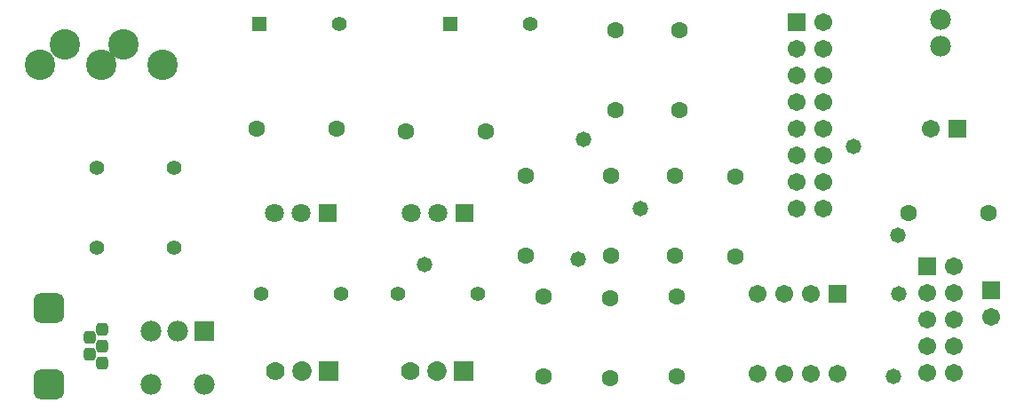
<source format=gbs>
G04 Layer_Color=16711935*
%FSLAX25Y25*%
%MOIN*%
G70*
G01*
G75*
%ADD16C,0.07000*%
G04:AMPARAMS|DCode=37|XSize=47.37mil|YSize=47.37mil|CornerRadius=13.84mil|HoleSize=0mil|Usage=FLASHONLY|Rotation=90.000|XOffset=0mil|YOffset=0mil|HoleType=Round|Shape=RoundedRectangle|*
%AMROUNDEDRECTD37*
21,1,0.04737,0.01969,0,0,90.0*
21,1,0.01969,0.04737,0,0,90.0*
1,1,0.02769,0.00984,0.00984*
1,1,0.02769,0.00984,-0.00984*
1,1,0.02769,-0.00984,-0.00984*
1,1,0.02769,-0.00984,0.00984*
%
%ADD37ROUNDEDRECTD37*%
G04:AMPARAMS|DCode=38|XSize=114.3mil|YSize=114.3mil|CornerRadius=30.58mil|HoleSize=0mil|Usage=FLASHONLY|Rotation=90.000|XOffset=0mil|YOffset=0mil|HoleType=Round|Shape=RoundedRectangle|*
%AMROUNDEDRECTD38*
21,1,0.11430,0.05315,0,0,90.0*
21,1,0.05315,0.11430,0,0,90.0*
1,1,0.06115,0.02658,0.02658*
1,1,0.06115,0.02658,-0.02658*
1,1,0.06115,-0.02658,-0.02658*
1,1,0.06115,-0.02658,0.02658*
%
%ADD38ROUNDEDRECTD38*%
%ADD39C,0.11450*%
%ADD40R,0.05524X0.05524*%
%ADD41C,0.05524*%
%ADD42C,0.07800*%
%ADD43C,0.06706*%
%ADD44R,0.06706X0.06706*%
%ADD45C,0.07300*%
%ADD46R,0.07300X0.07300*%
%ADD47R,0.07800X0.07800*%
%ADD48R,0.06706X0.06706*%
%ADD49R,0.07099X0.07099*%
%ADD50C,0.07099*%
%ADD51C,0.06312*%
%ADD52C,0.05800*%
D16*
X197500Y116500D02*
D03*
X248000D02*
D03*
D37*
X132500Y126000D02*
D03*
Y132299D02*
D03*
Y119701D02*
D03*
X127776Y122850D02*
D03*
Y129150D02*
D03*
D38*
X112618Y111630D02*
D03*
Y140370D02*
D03*
D39*
X109000Y231500D02*
D03*
X155000D02*
D03*
X132000D02*
D03*
X118600Y239200D02*
D03*
X140400D02*
D03*
D40*
X191500Y247000D02*
D03*
X263000D02*
D03*
D41*
X221500D02*
D03*
X293000D02*
D03*
X192000Y145500D02*
D03*
X222000D02*
D03*
X243500D02*
D03*
X273500D02*
D03*
X130500Y193000D02*
D03*
Y163000D02*
D03*
X159500Y193000D02*
D03*
Y163000D02*
D03*
D42*
X447000Y248500D02*
D03*
Y238500D02*
D03*
X150764Y111811D02*
D03*
X170764D02*
D03*
X150764Y131811D02*
D03*
X160764D02*
D03*
D43*
X452000Y116000D02*
D03*
Y126000D02*
D03*
Y136000D02*
D03*
Y146000D02*
D03*
Y156000D02*
D03*
X442000Y116000D02*
D03*
Y126000D02*
D03*
Y136000D02*
D03*
Y146000D02*
D03*
X403000Y177500D02*
D03*
Y187500D02*
D03*
Y197500D02*
D03*
Y207500D02*
D03*
Y217500D02*
D03*
Y227500D02*
D03*
Y237500D02*
D03*
Y247500D02*
D03*
X393000Y177500D02*
D03*
Y187500D02*
D03*
Y197500D02*
D03*
Y207500D02*
D03*
Y217500D02*
D03*
Y227500D02*
D03*
Y237500D02*
D03*
X443500Y207500D02*
D03*
X466000Y137000D02*
D03*
X398500Y145500D02*
D03*
X388500D02*
D03*
X378500D02*
D03*
X408500Y115500D02*
D03*
X398500D02*
D03*
X388500D02*
D03*
X378500D02*
D03*
D44*
X442000Y156000D02*
D03*
X393000Y247500D02*
D03*
X466000Y147000D02*
D03*
X408500Y145500D02*
D03*
D45*
X207500Y116500D02*
D03*
X258000D02*
D03*
D46*
X217500D02*
D03*
X268000D02*
D03*
D47*
X170764Y131811D02*
D03*
D48*
X453500Y207500D02*
D03*
D49*
X217000Y176000D02*
D03*
X268500D02*
D03*
D50*
X207000D02*
D03*
X197000D02*
D03*
X258500D02*
D03*
X248500D02*
D03*
D51*
X220500Y207500D02*
D03*
X190500D02*
D03*
X298000Y114500D02*
D03*
Y144500D02*
D03*
X325000Y214500D02*
D03*
Y244500D02*
D03*
X246500Y206500D02*
D03*
X276500D02*
D03*
X323000Y114000D02*
D03*
Y144000D02*
D03*
X323500Y190000D02*
D03*
Y160000D02*
D03*
X435000Y176000D02*
D03*
X465000D02*
D03*
X291500Y190000D02*
D03*
Y160000D02*
D03*
X348000Y114500D02*
D03*
Y144500D02*
D03*
X349000Y214500D02*
D03*
Y244500D02*
D03*
X370000Y189500D02*
D03*
Y159500D02*
D03*
X347500Y190000D02*
D03*
Y160000D02*
D03*
D52*
X334500Y177500D02*
D03*
X311000Y158500D02*
D03*
X431500Y145500D02*
D03*
X431000Y167500D02*
D03*
X429500Y114500D02*
D03*
X313000Y203500D02*
D03*
X253500Y156500D02*
D03*
X414500Y201000D02*
D03*
M02*

</source>
